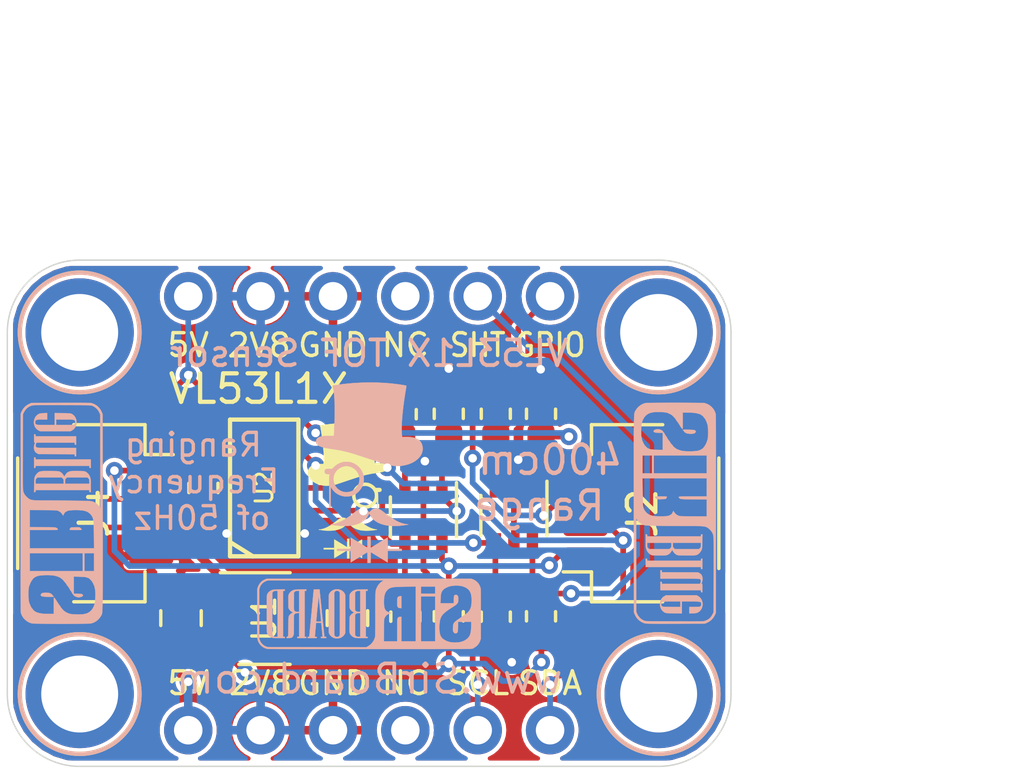
<source format=kicad_pcb>
(kicad_pcb (version 20171130) (host pcbnew "(5.1.2)-2")
  (title_block (title "VL53L1X Breakout with 5V Level Shift") (date 2020-03-12) (rev 1) (company SirBoard) (comment 1 "Up to 400cm (4m) measuring distance") (comment 2 "Up to 50Hz ranging frequency") (comment 3 "VL53L1X - SirBlue"))
  (layers (0 F.Cu signal) (31 B.Cu signal) (34 B.Paste user hide) (35 F.Paste user hide) (36 B.SilkS user) (37 F.SilkS user) (38 B.Mask user hide) (39 F.Mask user hide) (44 Edge.Cuts user))
  (net 0 "")
  (net 1 GND)
  (net 2 5V)
  (net 3 "Net-(U1-Pad4)")
  (net 4 SCL_5V)
  (net 5 SDA_5V)
  (net 6 NC)
  (net 7 2V8)
  (net 8 GPIO_2V8)
  (net 9 XSHUT_2V8)
  (net 10 "Net-(J3-Pad4)")
  (net 11 XSHUT_5V)
  (net 12 GPIO_5V)
  (net 13 SDA_2V8)
  (net 14 SCL_2V8)
  (net 15 "Net-(U2-Pad8)")
  (net 16 "Net-(C4-Pad1)")
  (module SirBoardLibrary:LGA-12-2.4X4.8 (layer F.Cu) (at 61.595 35.0774 270)
    (fp_text reference U2 (at 0 0 90) (layer F.SilkS) (effects (font (size 0.6 0.6) (thickness 0.1))))
    (fp_text value VL53L1)
    (pad 1 smd rect (at 1.89 0.675 270) (size 0.08 0.25) (layers F.Cu F.Paste F.Mask) (net 7 2V8))
    (pad 12 smd rect (at 1.6 0 270) (size 0.5 0.5) (layers F.Cu F.Paste F.Mask) (net 1 GND))
    (pad 11 smd rect (at 1.6 -0.8 270) (size 0.5 0.5) (layers F.Cu F.Paste F.Mask) (net 7 2V8))
    (pad 10 smd rect (at 0.8 -0.8 270) (size 0.5 0.5) (layers F.Cu F.Paste F.Mask) (net 14 SCL_2V8))
    (pad 9 smd rect (at 0 -0.8 270) (size 0.5 0.5) (layers F.Cu F.Paste F.Mask) (net 13 SDA_2V8))
    (pad 8 smd rect (at -0.8 -0.8 270) (size 0.5 0.5) (layers F.Cu F.Paste F.Mask) (net 15 "Net-(U2-Pad8)"))
    (pad 7 smd rect (at -1.6 -0.8 270) (size 0.5 0.5) (layers F.Cu F.Paste F.Mask) (net 8 GPIO_2V8))
    (pad 6 smd rect (at -1.6 0 270) (size 0.5 0.5) (layers F.Cu F.Paste F.Mask) (net 1 GND))
    (pad 5 smd rect (at -1.6 0.8 270) (size 0.5 0.5) (layers F.Cu F.Paste F.Mask) (net 9 XSHUT_2V8))
    (pad 4 smd rect (at -0.8 0.8 270) (size 0.5 0.5) (layers F.Cu F.Paste F.Mask) (net 1 GND))
    (pad 3 smd rect (at 0 0.8 270) (size 0.5 0.5) (layers F.Cu F.Paste F.Mask) (net 1 GND))
    (pad 2 smd rect (at 0.8 0.8 270) (size 0.5 0.5) (layers F.Cu F.Paste F.Mask) (net 1 GND))
    (pad 1 smd rect (at 1.6 0.8 270) (size 0.5 0.5) (layers F.Cu F.Paste F.Mask) (net 7 2V8))
  )
  (module logo:logo47x67 (layer F.Cu) (at 64.5414 35.179)
    (fp_text reference G*** hide)
    (fp_text value LOGO hide)
  )
  (module Package_TO_SOT_SMD:SOT-23-5 (layer F.Cu) (at 61.6028 39.6646)
    (fp_text reference U1 (at -0.0073 0.0035 90) (layer F.SilkS) (effects (font (size 0.8 0.8) (thickness 0.12))))
    (fp_text value AP2127K-2.8)
    (pad 5 smd rect (at 1.1 -0.95) (size 1.06 0.65) (layers F.Cu F.Paste F.Mask) (net 16 "Net-(C4-Pad1)"))
    (pad 4 smd rect (at 1.1 0.95) (size 1.06 0.65) (layers F.Cu F.Paste F.Mask) (net 3 "Net-(U1-Pad4)"))
    (pad 3 smd rect (at -1.1 0.95) (size 1.06 0.65) (layers F.Cu F.Paste F.Mask) (net 2 5V))
    (pad 2 smd rect (at -1.1 0) (size 1.06 0.65) (layers F.Cu F.Paste F.Mask) (net 1 GND))
    (pad 1 smd rect (at -1.1 -0.95) (size 1.06 0.65) (layers F.Cu F.Paste F.Mask) (net 2 5V))
  )
  (module Capacitor_SMD:C_0603_1608Metric (layer F.Cu) (at 59.4614 35.0774 90)
    (fp_text reference C2 hide)
    (fp_text value 100nF)
    (pad 2 smd roundrect (at 0.7875 0 90) (size 0.875 0.95) (layers F.Cu F.Paste F.Mask) (net 1 GND))
    (pad 1 smd roundrect (at -0.7875 0 90) (size 0.875 0.95) (layers F.Cu F.Paste F.Mask) (net 7 2V8))
  )
  (module Connector_PinHeader_2.54mm:PinHeader_1x06_P2.54mm_Vertical (layer B.Cu) (at 58.928 28.3464 270)
    (fp_text reference J3 hide)
    (fp_text value Conn_01x06)
    (pad 6 thru_hole oval (at 0 -12.7 270) (size 1.7 1.7) (drill 1) (layers *.Cu *.Mask) (net 12 GPIO_5V))
    (pad 5 thru_hole oval (at 0 -10.16 270) (size 1.7 1.7) (drill 1) (layers *.Cu *.Mask) (net 11 XSHUT_5V))
    (pad 4 thru_hole oval (at 0 -7.62 270) (size 1.7 1.7) (drill 1) (layers *.Cu *.Mask) (net 10 "Net-(J3-Pad4)"))
    (pad 3 thru_hole oval (at 0 -5.08 270) (size 1.7 1.7) (drill 1) (layers *.Cu *.Mask) (net 1 GND))
    (pad 2 thru_hole oval (at 0 -2.54 270) (size 1.7 1.7) (drill 1) (layers *.Cu *.Mask) (net 7 2V8))
    (pad 1 thru_hole circle (at 0 0 270) (size 1.7 1.7) (drill 1) (layers *.Cu *.Mask) (net 2 5V))
  )
  (module logo:SirBoard79x25 (layer B.Cu) (at 65.278 39.497 180)
    (fp_text reference G*** hide)
    (fp_text value LOGO hide)
  )
  (module logo:logo63x89 (layer B.Cu) (at 65.278 34.544 180)
    (fp_text reference G*** hide)
    (fp_text value LOGO hide)
  )
  (module logo:SirBlue78x29 (layer B.Cu) (at 76.0095 35.9664 270)
    (fp_text reference G*** hide)
    (fp_text value LOGO hide)
  )
  (module logo:SirBlue78x29 (layer B.Cu) (at 54.483 35.9664 90)
    (fp_text reference G*** hide)
    (fp_text value LOGO hide)
  )
  (module Connector_PinHeader_2.54mm:PinHeader_1x06_P2.54mm_Vertical (layer B.Cu) (at 58.928 43.5864 270)
    (fp_text reference J1 hide)
    (fp_text value Conn_01x06)
    (pad 6 thru_hole oval (at 0 -12.7 270) (size 1.7 1.7) (drill 1) (layers *.Cu *.Mask) (net 5 SDA_5V))
    (pad 5 thru_hole oval (at 0 -10.16 270) (size 1.7 1.7) (drill 1) (layers *.Cu *.Mask) (net 4 SCL_5V))
    (pad 4 thru_hole oval (at 0 -7.62 270) (size 1.7 1.7) (drill 1) (layers *.Cu *.Mask) (net 6 NC))
    (pad 3 thru_hole oval (at 0 -5.08 270) (size 1.7 1.7) (drill 1) (layers *.Cu *.Mask) (net 1 GND))
    (pad 2 thru_hole oval (at 0 -2.54 270) (size 1.7 1.7) (drill 1) (layers *.Cu *.Mask) (net 7 2V8))
    (pad 1 thru_hole circle (at 0 0 270) (size 1.7 1.7) (drill 1) (layers *.Cu *.Mask) (net 2 5V))
  )
  (module Connector_JST:JST_SH_SM04B-SRSS-TB_1x04-1MP_P1.00mm_Horizontal (layer F.Cu) (at 55.626 35.9664 270)
    (fp_text reference J4 (at 0 0 270) (layer F.SilkS))
    (fp_text value Conn_01x04)
    (pad MP smd roundrect (at 2.8 1.875 270) (size 1.2 1.8) (layers F.Cu F.Paste F.Mask) (roundrect_rratio 0.208333))
    (pad MP smd roundrect (at -2.8 1.875 270) (size 1.2 1.8) (layers F.Cu F.Paste F.Mask) (roundrect_rratio 0.208333))
    (pad 4 smd roundrect (at 1.5 -2 270) (size 0.6 1.55) (layers F.Cu F.Paste F.Mask) (net 1 GND))
    (pad 3 smd roundrect (at 0.5 -2 270) (size 0.6 1.55) (layers F.Cu F.Paste F.Mask) (net 2 5V))
    (pad 2 smd roundrect (at -0.5 -2 270) (size 0.6 1.55) (layers F.Cu F.Paste F.Mask) (net 5 SDA_5V))
    (pad 1 smd roundrect (at -1.5 -2 270) (size 0.6 1.55) (layers F.Cu F.Paste F.Mask) (net 4 SCL_5V))
  )
  (module Connector_JST:JST_SH_SM04B-SRSS-TB_1x04-1MP_P1.00mm_Horizontal (layer F.Cu) (at 74.8665 35.9664 90)
    (fp_text reference J2 (at 0 0 90) (layer F.SilkS))
    (fp_text value Conn_01x04)
    (pad MP smd roundrect (at 2.8 1.875 90) (size 1.2 1.8) (layers F.Cu F.Paste F.Mask) (roundrect_rratio 0.208333))
    (pad MP smd roundrect (at -2.8 1.875 90) (size 1.2 1.8) (layers F.Cu F.Paste F.Mask) (roundrect_rratio 0.208333))
    (pad 4 smd roundrect (at 1.5 -2 90) (size 0.6 1.55) (layers F.Cu F.Paste F.Mask) (net 1 GND))
    (pad 3 smd roundrect (at 0.5 -2 90) (size 0.6 1.55) (layers F.Cu F.Paste F.Mask) (net 2 5V))
    (pad 2 smd roundrect (at -0.5 -2 90) (size 0.6 1.55) (layers F.Cu F.Paste F.Mask) (net 5 SDA_5V))
    (pad 1 smd roundrect (at -1.5 -2 90) (size 0.6 1.55) (layers F.Cu F.Paste F.Mask) (net 4 SCL_5V))
  )
  (module Capacitor_SMD:C_0805_2012Metric (layer F.Cu) (at 64.516 39.6494 270)
    (fp_text reference C4 hide)
    (fp_text value 10uF)
    (pad 2 smd roundrect (at 0.9375 0 270) (size 0.975 1.4) (layers F.Cu F.Paste F.Mask) (net 1 GND))
    (pad 1 smd roundrect (at -0.9375 0 270) (size 0.975 1.4) (layers F.Cu F.Paste F.Mask) (net 16 "Net-(C4-Pad1)"))
  )
  (module Capacitor_SMD:C_0805_2012Metric (layer F.Cu) (at 58.674 39.6494 90)
    (fp_text reference C1 hide)
    (fp_text value 10uF)
    (pad 2 smd roundrect (at 0.9375 0 90) (size 0.975 1.4) (layers F.Cu F.Paste F.Mask) (net 1 GND))
    (pad 1 smd roundrect (at -0.9375 0 90) (size 0.975 1.4) (layers F.Cu F.Paste F.Mask) (net 2 5V))
  )
  (module SirBoardLibrary:MountingHole_M2.5_SirBoard (layer F.Cu) (at 55.118 42.3164 270)
    (fp_text reference H1 hide)
    (fp_text value MountingHole)
    (pad 1 thru_hole circle (at 0 0 270) (size 3.8 3.8) (drill 2.7) (layers *.Cu *.Mask))
  )
  (module SirBoardLibrary:MountingHole_M2.5_SirBoard (layer F.Cu) (at 55.118 29.6164 270)
    (fp_text reference H2 hide)
    (fp_text value MountingHole)
    (pad 1 thru_hole circle (at 0 0 270) (size 3.8 3.8) (drill 2.7) (layers *.Cu *.Mask))
  )
  (module SirBoardLibrary:MountingHole_M2.5_SirBoard (layer F.Cu) (at 75.438 42.3164 90)
    (fp_text reference H3 hide)
    (fp_text value MountingHole)
    (pad 1 thru_hole circle (at 0 0 90) (size 3.8 3.8) (drill 2.7) (layers *.Cu *.Mask))
  )
  (module SirBoardLibrary:MountingHole_M2.5_SirBoard (layer F.Cu) (at 75.438 29.6164 90)
    (fp_text reference H4 hide)
    (fp_text value MountingHole)
    (pad 1 thru_hole circle (at 0 0 90) (size 3.8 3.8) (drill 2.7) (layers *.Cu *.Mask))
  )
  (module Resistor_SMD:R_0603_1608Metric (layer F.Cu) (at 66.421 32.4866 270)
    (fp_text reference R8 hide)
    (fp_text value 10K)
    (pad 2 smd roundrect (at 0.7875 0 270) (size 0.875 0.95) (layers F.Cu F.Paste F.Mask) (net 5 SDA_5V))
    (pad 1 smd roundrect (at -0.7875 0 270) (size 0.875 0.95) (layers F.Cu F.Paste F.Mask) (net 2 5V))
  )
  (module Resistor_SMD:R_0603_1608Metric (layer F.Cu) (at 66.548 39.5986 270)
    (fp_text reference R7 hide)
    (fp_text value 10K)
    (pad 2 smd roundrect (at 0.7875 0 270) (size 0.875 0.95) (layers F.Cu F.Paste F.Mask) (net 7 2V8))
    (pad 1 smd roundrect (at -0.7875 0 270) (size 0.875 0.95) (layers F.Cu F.Paste F.Mask) (net 13 SDA_2V8))
  )
  (module Resistor_SMD:R_0603_1608Metric (layer F.Cu) (at 68.072 39.5859 90)
    (fp_text reference R6 hide)
    (fp_text value 10K)
    (pad 2 smd roundrect (at 0.7875 0 90) (size 0.875 0.95) (layers F.Cu F.Paste F.Mask) (net 4 SCL_5V))
    (pad 1 smd roundrect (at -0.7875 0 90) (size 0.875 0.95) (layers F.Cu F.Paste F.Mask) (net 2 5V))
  )
  (module Resistor_SMD:R_0603_1608Metric (layer F.Cu) (at 68.072 32.4739 90)
    (fp_text reference R5 hide)
    (fp_text value 10K)
    (pad 2 smd roundrect (at 0.7875 0 90) (size 0.875 0.95) (layers F.Cu F.Paste F.Mask) (net 7 2V8))
    (pad 1 smd roundrect (at -0.7875 0 90) (size 0.875 0.95) (layers F.Cu F.Paste F.Mask) (net 14 SCL_2V8))
  )
  (module Resistor_SMD:R_0603_1608Metric (layer F.Cu) (at 69.723 32.4739 270)
    (fp_text reference R4 hide)
    (fp_text value 10K)
    (pad 2 smd roundrect (at 0.7875 0 270) (size 0.875 0.95) (layers F.Cu F.Paste F.Mask) (net 12 GPIO_5V))
    (pad 1 smd roundrect (at -0.7875 0 270) (size 0.875 0.95) (layers F.Cu F.Paste F.Mask) (net 2 5V))
  )
  (module Resistor_SMD:R_0603_1608Metric (layer F.Cu) (at 69.723 39.5986 270)
    (fp_text reference R3 hide)
    (fp_text value 10K)
    (pad 2 smd roundrect (at 0.7875 0 270) (size 0.875 0.95) (layers F.Cu F.Paste F.Mask) (net 7 2V8))
    (pad 1 smd roundrect (at -0.7875 0 270) (size 0.875 0.95) (layers F.Cu F.Paste F.Mask) (net 8 GPIO_2V8))
  )
  (module Resistor_SMD:R_0603_1608Metric (layer F.Cu) (at 71.3105 39.5859 90)
    (fp_text reference R2 hide)
    (fp_text value 10K)
    (pad 2 smd roundrect (at 0.7875 0 90) (size 0.875 0.95) (layers F.Cu F.Paste F.Mask) (net 11 XSHUT_5V))
    (pad 1 smd roundrect (at -0.7875 0 90) (size 0.875 0.95) (layers F.Cu F.Paste F.Mask) (net 2 5V))
  )
  (module Resistor_SMD:R_0603_1608Metric (layer F.Cu) (at 71.3105 32.4739 90)
    (fp_text reference R1 hide)
    (fp_text value 10K)
    (pad 2 smd roundrect (at 0.7875 0 90) (size 0.875 0.95) (layers F.Cu F.Paste F.Mask) (net 7 2V8))
    (pad 1 smd roundrect (at -0.7875 0 90) (size 0.875 0.95) (layers F.Cu F.Paste F.Mask) (net 9 XSHUT_2V8))
  )
  (module Package_TO_SOT_SMD:SOT-363_SC-70-6 (layer F.Cu) (at 67.183 36.0934 270)
    (fp_text reference Q2 hide)
    (fp_text value BSS138DW)
    (pad 6 smd rect (at 0.95 -0.65 270) (size 0.65 0.4) (layers F.Cu F.Paste F.Mask) (net 4 SCL_5V))
    (pad 4 smd rect (at 0.95 0.65 270) (size 0.65 0.4) (layers F.Cu F.Paste F.Mask) (net 13 SDA_2V8))
    (pad 2 smd rect (at -0.95 0 270) (size 0.65 0.4) (layers F.Cu F.Paste F.Mask) (net 7 2V8))
    (pad 5 smd rect (at 0.95 0 270) (size 0.65 0.4) (layers F.Cu F.Paste F.Mask) (net 7 2V8))
    (pad 3 smd rect (at -0.95 0.65 270) (size 0.65 0.4) (layers F.Cu F.Paste F.Mask) (net 5 SDA_5V))
    (pad 1 smd rect (at -0.95 -0.65 270) (size 0.65 0.4) (layers F.Cu F.Paste F.Mask) (net 14 SCL_2V8))
  )
  (module Package_TO_SOT_SMD:SOT-363_SC-70-6 (layer F.Cu) (at 70.358 36.0426 270)
    (fp_text reference Q1 hide)
    (fp_text value BSS138DW)
    (pad 6 smd rect (at 0.95 -0.65 270) (size 0.65 0.4) (layers F.Cu F.Paste F.Mask) (net 11 XSHUT_5V))
    (pad 4 smd rect (at 0.95 0.65 270) (size 0.65 0.4) (layers F.Cu F.Paste F.Mask) (net 8 GPIO_2V8))
    (pad 2 smd rect (at -0.95 0 270) (size 0.65 0.4) (layers F.Cu F.Paste F.Mask) (net 7 2V8))
    (pad 5 smd rect (at 0.95 0 270) (size 0.65 0.4) (layers F.Cu F.Paste F.Mask) (net 7 2V8))
    (pad 3 smd rect (at -0.95 0.65 270) (size 0.65 0.4) (layers F.Cu F.Paste F.Mask) (net 12 GPIO_5V))
    (pad 1 smd rect (at -0.95 -0.65 270) (size 0.65 0.4) (layers F.Cu F.Paste F.Mask) (net 9 XSHUT_2V8))
  )
  (gr_text VL53L1X (at 61.3918 31.5976) (layer F.SilkS) (effects (font (size 1 1))))
  (gr_text SHT (at 69.088 30.0609) (layer F.SilkS) (effects (font (size 0.8 0.7) (thickness 0.12))))
  (gr_text "Ranging\nFrequency\nof 50Hz \n" (at 59.1058 34.8488) (layer B.SilkS) (effects (font (size 0.8 0.8) (thickness 0.12)) (justify mirror)))
  (gr_text "400cm \nRange" (at 71.247 34.8996) (layer B.SilkS) (effects (font (size 1 1)) (justify mirror)))
  (gr_text GPIO (at 71.628 30.0609) (layer F.SilkS) (effects (font (size 0.8 0.7) (thickness 0.12))))
  (gr_text 5V (at 58.928 30.0609) (layer F.SilkS) (effects (font (size 0.8 0.8) (thickness 0.12))))
  (gr_text 2V8 (at 61.4172 30.0736) (layer F.SilkS) (effects (font (size 0.8 0.8) (thickness 0.12))))
  (gr_text GND (at 64.008 30.0609) (layer F.SilkS) (effects (font (size 0.8 0.8) (thickness 0.12))))
  (gr_text NC (at 66.548 30.0609) (layer F.SilkS) (effects (font (size 0.8 0.8) (thickness 0.12))))
  (gr_text 5V (at 58.928 41.9354) (layer F.SilkS) (effects (font (size 0.8 0.8) (thickness 0.12))))
  (gr_text 2V8 (at 61.468 41.9354) (layer F.SilkS) (effects (font (size 0.8 0.8) (thickness 0.12))))
  (gr_text GND (at 64.008 41.9354) (layer F.SilkS) (effects (font (size 0.8 0.8) (thickness 0.12))))
  (gr_text NC (at 66.548 41.9354) (layer F.SilkS) (effects (font (size 0.8 0.8) (thickness 0.12))))
  (gr_text SCL (at 69.088 41.9354) (layer F.SilkS) (effects (font (size 0.8 0.8) (thickness 0.12))))
  (gr_text SDA (at 71.628 41.9354) (layer F.SilkS) (effects (font (size 0.8 0.8) (thickness 0.12))))
  (gr_arc (start 55.118 29.6164) (end 55.118 27.0764) (angle -90) (layer Edge.Cuts) (width 0.05))
  (gr_arc (start 75.438 29.6164) (end 77.978 29.6164) (angle -90) (layer Edge.Cuts) (width 0.05))
  (gr_arc (start 75.438 42.3164) (end 75.438 44.8564) (angle -90) (layer Edge.Cuts) (width 0.05))
  (gr_arc (start 55.118 42.3164) (end 52.578 42.3164) (angle -90) (layer Edge.Cuts) (width 0.05))
  (gr_line (start 52.578 42.3164) (end 52.578 29.6164) (layer Edge.Cuts) (width 0.05))
  (gr_line (start 55.118 27.0764) (end 75.438 27.0764) (layer Edge.Cuts) (width 0.05))
  (gr_line (start 77.978 29.6164) (end 77.978 42.3164) (layer Edge.Cuts) (width 0.05))
  (gr_line (start 75.438 44.8564) (end 55.118 44.8564) (layer Edge.Cuts) (width 0.05))
  (gr_text "VL53L1X TOF Sensor" (at 65.278 30.353) (layer B.SilkS) (effects (font (size 0.9 0.9) (thickness 0.135)) (justify mirror)))
  (gr_text www.SirBoard.com (at 65.278 41.783) (layer B.SilkS) (effects (font (size 1 1) (thickness 0.13)) (justify mirror)))
  (segment (start 58.674 40.5869) (end 58.674 41.6306) (width 0.3) (layer F.Cu) (net 2))
  (segment (start 58.928 41.8846) (end 58.928 41.8846) (width 0.3) (layer F.Cu) (net 2))
  (segment (start 58.674 41.6306) (end 58.928 41.8846) (width 0.3) (layer F.Cu) (net 2))
  (segment (start 58.928 41.8846) (end 58.928 43.5864) (width 0.3) (layer B.Cu) (net 2))
  (via (at 58.928 41.8846) (size 0.6) (drill 0.3) (layers F.Cu B.Cu) (net 2))
  (segment (start 60.4751 40.5869) (end 60.5028 40.6146) (width 0.3) (layer F.Cu) (net 2))
  (segment (start 58.674 40.5869) (end 60.4751 40.5869) (width 0.3) (layer F.Cu) (net 2))
  (segment (start 61.214 40.6146) (end 60.5028 40.6146) (width 0.3) (layer F.Cu) (net 2))
  (segment (start 61.595 40.2336) (end 61.214 40.6146) (width 0.3) (layer F.Cu) (net 2))
  (segment (start 61.595 39.1414) (end 61.595 40.2336) (width 0.3) (layer F.Cu) (net 2))
  (segment (start 60.5028 38.7146) (end 61.1682 38.7146) (width 0.3) (layer F.Cu) (net 2))
  (segment (start 61.1682 38.7146) (end 61.595 39.1414) (width 0.3) (layer F.Cu) (net 2))
  (segment (start 60.5028 38.6368) (end 60.5028 38.7146) (width 0.3) (layer F.Cu) (net 2))
  (segment (start 57.626 36.4664) (end 58.3324 36.4664) (width 0.3) (layer F.Cu) (net 2))
  (segment (start 58.3324 36.4664) (end 60.5028 38.6368) (width 0.3) (layer F.Cu) (net 2))
  (via (at 68.072 41.2496) (size 0.6) (drill 0.3) (layers F.Cu B.Cu) (net 2))
  (segment (start 68.072 40.3734) (end 68.072 41.2496) (width 0.2) (layer F.Cu) (net 2))
  (segment (start 68.072 41.2496) (end 69.342 41.2496) (width 0.2) (layer B.Cu) (net 2))
  (segment (start 69.342 41.2496) (end 69.9516 41.8592) (width 0.2) (layer B.Cu) (net 2))
  (via (at 71.3232 41.1988) (size 0.6) (drill 0.3) (layers F.Cu B.Cu) (net 2))
  (segment (start 69.9516 41.8592) (end 70.6628 41.8592) (width 0.2) (layer B.Cu) (net 2))
  (segment (start 70.6628 41.8592) (end 71.3232 41.1988) (width 0.2) (layer B.Cu) (net 2))
  (segment (start 71.3232 40.3861) (end 71.3105 40.3734) (width 0.2) (layer F.Cu) (net 2))
  (segment (start 71.3232 41.1988) (end 71.3232 40.3861) (width 0.2) (layer F.Cu) (net 2))
  (segment (start 60.5028 41.1396) (end 60.9176 41.5544) (width 0.2) (layer F.Cu) (net 2))
  (segment (start 60.5028 40.6146) (end 60.5028 41.1396) (width 0.2) (layer F.Cu) (net 2))
  (segment (start 67.7672 41.5544) (end 68.072 41.2496) (width 0.2) (layer B.Cu) (net 2))
  (segment (start 60.9176 41.5544) (end 67.7672 41.5544) (width 0.2) (layer B.Cu) (net 2))
  (segment (start 60.9176 41.5544) (end 60.9176 41.5544) (width 0.2) (layer F.Cu) (net 2))
  (via (at 60.9176 41.5544) (size 0.6) (drill 0.3) (layers F.Cu B.Cu) (net 2))
  (segment (start 69.7104 31.6864) (end 69.723 31.6864) (width 0.2) (layer F.Cu) (net 2))
  (segment (start 68.9102 32.4866) (end 69.7104 31.6864) (width 0.2) (layer F.Cu) (net 2))
  (segment (start 66.421 31.6991) (end 67.2085 32.4866) (width 0.2) (layer F.Cu) (net 2))
  (segment (start 67.2085 32.4866) (end 68.9102 32.4866) (width 0.2) (layer F.Cu) (net 2))
  (via (at 68.9102 34.036) (size 0.6) (drill 0.3) (layers F.Cu B.Cu) (net 2))
  (segment (start 68.9102 32.4866) (end 68.9102 34.036) (width 0.2) (layer F.Cu) (net 2))
  (via (at 71.3994 36.0426) (size 0.6) (drill 0.3) (layers F.Cu B.Cu) (net 2))
  (segment (start 71.9756 35.4664) (end 72.8665 35.4664) (width 0.2) (layer F.Cu) (net 2))
  (segment (start 71.3994 36.0426) (end 71.9756 35.4664) (width 0.2) (layer F.Cu) (net 2))
  (segment (start 70.0532 36.0426) (end 71.3994 36.0426) (width 0.2) (layer B.Cu) (net 2))
  (segment (start 68.9102 34.036) (end 68.9102 34.8996) (width 0.2) (layer B.Cu) (net 2))
  (segment (start 68.9102 34.8996) (end 70.0532 36.0426) (width 0.2) (layer B.Cu) (net 2))
  (segment (start 58.928 30.0482) (end 58.928 28.3464) (width 0.2) (layer B.Cu) (net 2))
  (segment (start 58.928 30.0482) (end 58.928 31.115) (width 0.2) (layer B.Cu) (net 2))
  (segment (start 58.928 31.115) (end 58.928 31.115) (width 0.2) (layer F.Cu) (net 2))
  (via (at 58.928 31.115) (size 0.6) (drill 0.3) (layers F.Cu B.Cu) (net 2))
  (segment (start 55.9482 36.4664) (end 57.626 36.4664) (width 0.2) (layer F.Cu) (net 2))
  (segment (start 55.245 35.7632) (end 55.9482 36.4664) (width 0.2) (layer F.Cu) (net 2))
  (segment (start 55.245 33.7312) (end 55.245 35.7632) (width 0.2) (layer F.Cu) (net 2))
  (segment (start 57.1754 31.8008) (end 55.245 33.7312) (width 0.2) (layer F.Cu) (net 2))
  (segment (start 58.928 31.115) (end 58.2422 31.8008) (width 0.2) (layer F.Cu) (net 2))
  (segment (start 58.2422 31.8008) (end 57.1754 31.8008) (width 0.2) (layer F.Cu) (net 2))
  (segment (start 66.3193 31.8008) (end 66.421 31.6991) (width 0.2) (layer F.Cu) (net 2))
  (segment (start 58.928 31.115) (end 59.6138 31.8008) (width 0.2) (layer F.Cu) (net 2))
  (segment (start 59.6138 31.8008) (end 66.3193 31.8008) (width 0.2) (layer F.Cu) (net 2))
  (segment (start 68.072 38.7984) (end 68.072 37.8206) (width 0.2) (layer F.Cu) (net 4))
  (segment (start 67.833 37.5816) (end 67.833 37.0434) (width 0.2) (layer F.Cu) (net 4))
  (segment (start 68.072 37.8206) (end 67.833 37.5816) (width 0.2) (layer F.Cu) (net 4))
  (segment (start 68.072 37.8206) (end 68.072 37.8206) (width 0.2) (layer F.Cu) (net 4))
  (via (at 68.072 37.8206) (size 0.6) (drill 0.3) (layers F.Cu B.Cu) (net 4))
  (segment (start 68.072 37.8206) (end 71.5772 37.8206) (width 0.2) (layer B.Cu) (net 4))
  (segment (start 71.5772 37.8206) (end 71.6026 37.7952) (width 0.2) (layer B.Cu) (net 4))
  (segment (start 71.902599 37.495201) (end 71.6026 37.7952) (width 0.2) (layer F.Cu) (net 4))
  (segment (start 71.9314 37.4664) (end 71.902599 37.495201) (width 0.2) (layer F.Cu) (net 4))
  (via (at 71.6026 37.7952) (size 0.6) (drill 0.3) (layers F.Cu B.Cu) (net 4))
  (segment (start 72.8665 37.4664) (end 71.9314 37.4664) (width 0.2) (layer F.Cu) (net 4))
  (via (at 69.088 41.986202) (size 0.6) (drill 0.3) (layers F.Cu B.Cu) (net 4))
  (segment (start 69.088 43.5864) (end 69.088 41.986202) (width 0.2) (layer B.Cu) (net 4))
  (segment (start 68.072 38.7984) (end 68.9102 39.6366) (width 0.2) (layer F.Cu) (net 4))
  (segment (start 68.9102 39.6366) (end 68.9102 41.384138) (width 0.2) (layer F.Cu) (net 4))
  (segment (start 68.9102 41.384138) (end 69.088 41.561938) (width 0.2) (layer F.Cu) (net 4))
  (segment (start 69.088 41.561938) (end 69.088 41.986202) (width 0.2) (layer F.Cu) (net 4))
  (segment (start 68.072 37.8206) (end 56.8706 37.8206) (width 0.2) (layer B.Cu) (net 4))
  (via (at 56.3372 34.4678) (size 0.6) (drill 0.3) (layers F.Cu B.Cu) (net 4))
  (segment (start 56.8706 37.8206) (end 56.3372 37.2872) (width 0.2) (layer B.Cu) (net 4))
  (segment (start 56.3372 37.2872) (end 56.3372 34.4678) (width 0.2) (layer B.Cu) (net 4))
  (segment (start 57.6246 34.4678) (end 57.626 34.4664) (width 0.2) (layer F.Cu) (net 4))
  (segment (start 56.3372 34.4678) (end 57.6246 34.4678) (width 0.2) (layer F.Cu) (net 4))
  (segment (start 66.533 34.2496) (end 66.533 35.1434) (width 0.2) (layer F.Cu) (net 5))
  (segment (start 66.421 33.2741) (end 66.421 34.1376) (width 0.2) (layer F.Cu) (net 5))
  (segment (start 66.421 34.1376) (end 66.533 34.2496) (width 0.2) (layer F.Cu) (net 5))
  (via (at 71.628 41.986198) (size 0.6) (drill 0.3) (layers F.Cu B.Cu) (net 5))
  (segment (start 71.628 43.5864) (end 71.628 41.986198) (width 0.2) (layer B.Cu) (net 5))
  (segment (start 71.927999 41.686199) (end 71.628 41.986198) (width 0.2) (layer F.Cu) (net 5))
  (segment (start 74.1934 39.420798) (end 71.927999 41.686199) (width 0.2) (layer F.Cu) (net 5))
  (segment (start 74.1934 36.9183) (end 74.1934 39.420798) (width 0.2) (layer F.Cu) (net 5))
  (segment (start 72.8665 36.4664) (end 73.7415 36.4664) (width 0.2) (layer F.Cu) (net 5))
  (segment (start 73.7415 36.4664) (end 74.1934 36.9183) (width 0.2) (layer F.Cu) (net 5))
  (segment (start 57.626 35.4664) (end 55.9642 35.4664) (width 0.2) (layer F.Cu) (net 5))
  (segment (start 55.9642 35.4664) (end 55.6768 35.179) (width 0.2) (layer F.Cu) (net 5))
  (segment (start 55.6768 35.179) (end 55.6768 33.909) (width 0.2) (layer F.Cu) (net 5))
  (segment (start 55.6768 33.909) (end 57.3278 32.258) (width 0.2) (layer F.Cu) (net 5))
  (segment (start 65.4049 32.258) (end 66.421 33.2741) (width 0.2) (layer F.Cu) (net 5))
  (segment (start 57.3278 32.258) (end 65.4049 32.258) (width 0.2) (layer F.Cu) (net 5))
  (via (at 65.913 34.3662) (size 0.6) (drill 0.3) (layers F.Cu B.Cu) (net 5))
  (segment (start 66.421 34.1376) (end 66.1416 34.1376) (width 0.2) (layer F.Cu) (net 5))
  (segment (start 66.1416 34.1376) (end 65.913 34.3662) (width 0.2) (layer F.Cu) (net 5))
  (segment (start 65.913 34.3662) (end 66.4718 34.925) (width 0.2) (layer B.Cu) (net 5))
  (segment (start 66.4718 34.925) (end 68.3768 34.925) (width 0.2) (layer B.Cu) (net 5))
  (via (at 74.1934 36.9183) (size 0.6) (drill 0.3) (layers F.Cu B.Cu) (net 5))
  (segment (start 68.3768 34.925) (end 70.3701 36.9183) (width 0.2) (layer B.Cu) (net 5))
  (segment (start 70.3701 36.9183) (end 74.1934 36.9183) (width 0.2) (layer B.Cu) (net 5))
  (via (at 70.5104 34.0868) (size 0.6) (drill 0.3) (layers F.Cu B.Cu) (net 7))
  (segment (start 70.358 35.0926) (end 70.358 34.2392) (width 0.2) (layer F.Cu) (net 7))
  (segment (start 70.358 34.2392) (end 70.5104 34.0868) (width 0.2) (layer F.Cu) (net 7))
  (segment (start 67.183 35.1434) (end 67.183 37.0434) (width 0.2) (layer F.Cu) (net 7))
  (segment (start 70.358 36.9926) (end 70.358 35.0926) (width 0.2) (layer F.Cu) (net 7))
  (via (at 67.2338 34.1376) (size 0.6) (drill 0.3) (layers F.Cu B.Cu) (net 7))
  (segment (start 67.183 35.1434) (end 67.183 34.1884) (width 0.2) (layer F.Cu) (net 7))
  (segment (start 67.183 34.1884) (end 67.2338 34.1376) (width 0.2) (layer F.Cu) (net 7))
  (segment (start 60.2739 36.6774) (end 60.795 36.6774) (width 0.2) (layer F.Cu) (net 7))
  (segment (start 59.4614 35.8649) (end 60.2739 36.6774) (width 0.2) (layer F.Cu) (net 7))
  (segment (start 60.8096 36.8066) (end 60.9346 36.9316) (width 0.127) (layer F.Cu) (net 7))
  (segment (start 60.795 36.6774) (end 60.795 36.8424) (width 0.127) (layer F.Cu) (net 7))
  (segment (start 60.2739 36.6774) (end 60.2739 36.6774) (width 0.2) (layer F.Cu) (net 7))
  (via (at 60.2739 36.6774) (size 0.6) (drill 0.3) (layers F.Cu B.Cu) (net 7))
  (via (at 63.0174 36.6776) (size 0.6) (drill 0.3) (layers F.Cu B.Cu) (net 7))
  (segment (start 62.395 36.6774) (end 63.0172 36.6774) (width 0.2) (layer F.Cu) (net 7))
  (segment (start 63.0172 36.6774) (end 63.0174 36.6776) (width 0.2) (layer F.Cu) (net 7))
  (via (at 71.2978 30.9118) (size 0.6) (drill 0.3) (layers F.Cu B.Cu) (net 7))
  (segment (start 71.3105 31.6864) (end 71.3105 30.9245) (width 0.2) (layer F.Cu) (net 7))
  (segment (start 71.3105 30.9245) (end 71.2978 30.9118) (width 0.2) (layer F.Cu) (net 7))
  (segment (start 66.548 40.3861) (end 67.31 39.6241) (width 0.2) (layer F.Cu) (net 7))
  (segment (start 67.31 39.6241) (end 67.31 38.0746) (width 0.2) (layer F.Cu) (net 7))
  (segment (start 67.183 37.9476) (end 67.183 37.0434) (width 0.2) (layer F.Cu) (net 7))
  (segment (start 67.31 38.0746) (end 67.183 37.9476) (width 0.2) (layer F.Cu) (net 7))
  (via (at 70.2818 41.1988) (size 0.6) (drill 0.3) (layers F.Cu B.Cu) (net 7))
  (segment (start 69.723 40.3861) (end 69.723 40.64) (width 0.2) (layer F.Cu) (net 7))
  (segment (start 69.723 40.64) (end 70.2818 41.1988) (width 0.2) (layer F.Cu) (net 7))
  (via (at 68.072 30.8864) (size 0.6) (drill 0.3) (layers F.Cu B.Cu) (net 7))
  (segment (start 68.072 31.6864) (end 68.072 30.8864) (width 0.2) (layer F.Cu) (net 7))
  (segment (start 69.708 38.7961) (end 69.723 38.8111) (width 0.2) (layer F.Cu) (net 8))
  (segment (start 69.708 36.9926) (end 69.708 38.7961) (width 0.2) (layer F.Cu) (net 8))
  (via (at 63.3984 34.29) (size 0.6) (drill 0.3) (layers F.Cu B.Cu) (net 8))
  (segment (start 62.395 33.4774) (end 62.5858 33.4774) (width 0.2) (layer F.Cu) (net 8))
  (segment (start 62.5858 33.4774) (end 63.3984 34.29) (width 0.2) (layer F.Cu) (net 8))
  (segment (start 63.3984 34.29) (end 63.3984 35.5346) (width 0.2) (layer B.Cu) (net 8))
  (via (at 68.9356 37.0078) (size 0.6) (drill 0.3) (layers F.Cu B.Cu) (net 8))
  (segment (start 63.3984 35.5346) (end 64.8716 37.0078) (width 0.2) (layer B.Cu) (net 8))
  (segment (start 64.8716 37.0078) (end 68.9356 37.0078) (width 0.2) (layer B.Cu) (net 8))
  (segment (start 69.6928 37.0078) (end 69.708 36.9926) (width 0.2) (layer F.Cu) (net 8))
  (segment (start 68.9356 37.0078) (end 69.6928 37.0078) (width 0.2) (layer F.Cu) (net 8))
  (segment (start 71.3105 34.2651) (end 71.3105 33.2614) (width 0.2) (layer F.Cu) (net 9))
  (segment (start 71.008 35.0926) (end 71.008 34.5676) (width 0.2) (layer F.Cu) (net 9))
  (segment (start 71.008 34.5676) (end 71.3105 34.2651) (width 0.2) (layer F.Cu) (net 9))
  (segment (start 60.795 33.0274) (end 61.1072 32.7152) (width 0.2) (layer F.Cu) (net 9))
  (segment (start 60.795 33.4774) (end 60.795 33.0274) (width 0.2) (layer F.Cu) (net 9))
  (via (at 63.3984 33.147) (size 0.6) (drill 0.3) (layers F.Cu B.Cu) (net 9))
  (segment (start 61.1072 32.7152) (end 62.9666 32.7152) (width 0.2) (layer F.Cu) (net 9))
  (segment (start 62.9666 32.7152) (end 63.3984 33.147) (width 0.2) (layer F.Cu) (net 9))
  (via (at 72.2884 33.274) (size 0.6) (drill 0.3) (layers F.Cu B.Cu) (net 9))
  (segment (start 63.3984 33.147) (end 72.1614 33.147) (width 0.2) (layer B.Cu) (net 9))
  (segment (start 72.1614 33.147) (end 72.2884 33.274) (width 0.2) (layer B.Cu) (net 9))
  (segment (start 71.3231 33.274) (end 71.3105 33.2614) (width 0.2) (layer F.Cu) (net 9))
  (segment (start 72.2884 33.274) (end 71.3231 33.274) (width 0.2) (layer F.Cu) (net 9))
  (segment (start 69.088 28.3464) (end 70.993 30.2514) (width 0.2) (layer B.Cu) (net 11))
  (segment (start 70.993 30.2514) (end 71.6788 30.2514) (width 0.2) (layer B.Cu) (net 11))
  (segment (start 71.6788 30.2514) (end 75.0316 33.6042) (width 0.2) (layer B.Cu) (net 11))
  (segment (start 75.0316 33.6042) (end 75.0316 37.5666) (width 0.2) (layer B.Cu) (net 11))
  (via (at 72.3646 38.7858) (size 0.6) (drill 0.3) (layers F.Cu B.Cu) (net 11))
  (segment (start 75.0316 37.5666) (end 73.8124 38.7858) (width 0.2) (layer B.Cu) (net 11))
  (segment (start 73.8124 38.7858) (end 72.3646 38.7858) (width 0.2) (layer B.Cu) (net 11))
  (segment (start 71.3231 38.7858) (end 71.3105 38.7984) (width 0.2) (layer F.Cu) (net 11))
  (segment (start 72.3646 38.7858) (end 71.3231 38.7858) (width 0.2) (layer F.Cu) (net 11))
  (segment (start 71.008 38.4959) (end 71.3105 38.7984) (width 0.2) (layer F.Cu) (net 11))
  (segment (start 71.008 36.9926) (end 71.008 38.4959) (width 0.2) (layer F.Cu) (net 11))
  (segment (start 69.708 33.2764) (end 69.723 33.2614) (width 0.2) (layer F.Cu) (net 12))
  (segment (start 69.708 35.0926) (end 69.708 33.2764) (width 0.2) (layer F.Cu) (net 12))
  (segment (start 69.723 33.2614) (end 70.5104 32.474) (width 0.2) (layer F.Cu) (net 12))
  (segment (start 70.5104 29.464) (end 71.628 28.3464) (width 0.2) (layer F.Cu) (net 12))
  (segment (start 70.5104 32.474) (end 70.5104 29.464) (width 0.2) (layer F.Cu) (net 12))
  (segment (start 66.533 38.7961) (end 66.548 38.8111) (width 0.2) (layer F.Cu) (net 13))
  (segment (start 66.533 37.0434) (end 66.533 38.7961) (width 0.2) (layer F.Cu) (net 13))
  (segment (start 66.0756 37.0434) (end 66.533 37.0434) (width 0.2) (layer F.Cu) (net 13))
  (segment (start 65.7352 36.703) (end 66.0756 37.0434) (width 0.2) (layer F.Cu) (net 13))
  (segment (start 65.7352 35.5854) (end 65.7352 36.703) (width 0.2) (layer F.Cu) (net 13))
  (segment (start 62.395 35.0774) (end 65.2272 35.0774) (width 0.2) (layer F.Cu) (net 13))
  (segment (start 65.2272 35.0774) (end 65.7352 35.5854) (width 0.2) (layer F.Cu) (net 13))
  (segment (start 68.072 34.1376) (end 68.072 33.2614) (width 0.2) (layer F.Cu) (net 14))
  (segment (start 67.833 35.1434) (end 67.833 34.3766) (width 0.2) (layer F.Cu) (net 14))
  (segment (start 67.833 34.3766) (end 68.072 34.1376) (width 0.2) (layer F.Cu) (net 14))
  (via (at 68.3514 35.8902) (size 0.6) (drill 0.3) (layers F.Cu B.Cu) (net 14))
  (segment (start 67.833 35.1434) (end 67.833 35.3718) (width 0.2) (layer F.Cu) (net 14))
  (segment (start 67.833 35.3718) (end 68.3514 35.8902) (width 0.2) (layer F.Cu) (net 14))
  (via (at 65.074802 35.8902) (size 0.6) (drill 0.3) (layers F.Cu B.Cu) (net 14))
  (segment (start 68.3514 35.8902) (end 65.074802 35.8902) (width 0.2) (layer B.Cu) (net 14))
  (segment (start 62.395 35.8774) (end 65.062002 35.8774) (width 0.2) (layer F.Cu) (net 14))
  (segment (start 65.062002 35.8774) (end 65.074802 35.8902) (width 0.2) (layer F.Cu) (net 14))
  (segment (start 64.5133 38.7146) (end 64.516 38.7119) (width 0.3) (layer F.Cu) (net 16))
  (segment (start 62.7028 38.7146) (end 64.5133 38.7146) (width 0.3) (layer F.Cu) (net 16))
  (zone (net 7) (net_name 2V8) (layer B.Cu) (connect_pads (clearance 0.15)) (min_thickness 0.15) (fill yes (arc_segments 32) (thermal_gap 0.2) (thermal_bridge_width 0.3))
    (polygon (pts (xy 52.7812 27.2796) (xy 77.7748 27.2796) (xy 77.7748 44.6532) (xy 52.7812 44.6532)))
  )
  (zone (net 1) (net_name GND) (layer F.Cu) (connect_pads (clearance 0.15)) (min_thickness 0.15) (fill yes (arc_segments 32) (thermal_gap 0.2) (thermal_bridge_width 0.3))
    (polygon (pts (xy 52.7812 27.2796) (xy 77.7748 27.2796) (xy 77.7748 44.6532) (xy 52.7812 44.6532)))
  )
)
</source>
